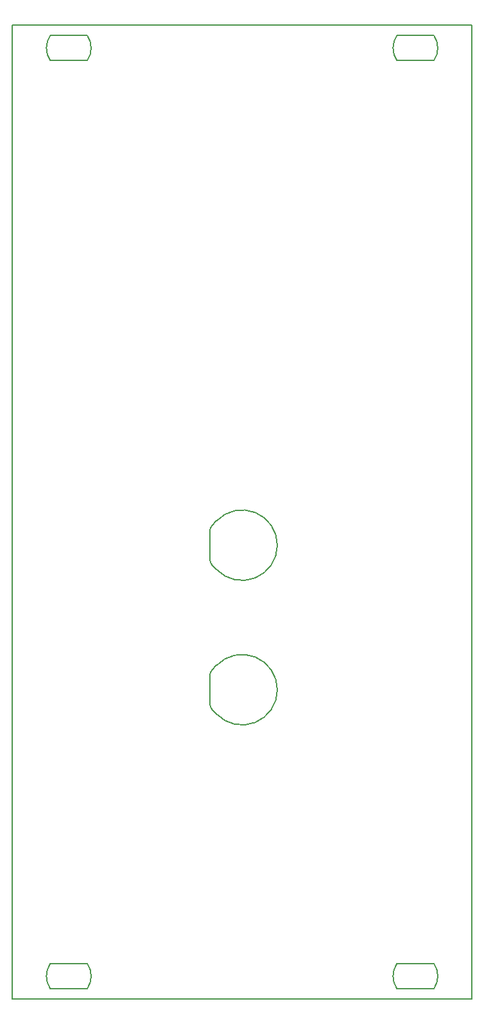
<source format=gbr>
G04 #@! TF.GenerationSoftware,KiCad,Pcbnew,(6.0.5)*
G04 #@! TF.CreationDate,2022-08-16T15:24:45+02:00*
G04 #@! TF.ProjectId,reference_front_panel,72656665-7265-46e6-9365-5f66726f6e74,rev?*
G04 #@! TF.SameCoordinates,Original*
G04 #@! TF.FileFunction,Profile,NP*
%FSLAX46Y46*%
G04 Gerber Fmt 4.6, Leading zero omitted, Abs format (unit mm)*
G04 Created by KiCad (PCBNEW (6.0.5)) date 2022-08-16 15:24:45*
%MOMM*%
%LPD*%
G01*
G04 APERTURE LIST*
G04 #@! TA.AperFunction,Profile*
%ADD10C,0.200000*%
G04 #@! TD*
G04 APERTURE END LIST*
D10*
X126060000Y-120456796D02*
X126060000Y-116683204D01*
X155615404Y-54650000D02*
G75*
G03*
X155615404Y-51350000I-2445404J1650000D01*
G01*
X100000000Y-50000000D02*
X100000000Y-178400000D01*
X126945923Y-140840216D02*
X126342576Y-140213433D01*
X126342574Y-135046565D02*
G75*
G03*
X126060000Y-135743204I717426J-696635D01*
G01*
X109895404Y-54650000D02*
X105004596Y-54650000D01*
X105004596Y-51350000D02*
G75*
G03*
X105004596Y-54650000I2445404J-1650000D01*
G01*
X126342576Y-115986567D02*
X126945923Y-115359784D01*
X105004596Y-51350000D02*
X109895404Y-51350000D01*
X126060003Y-120456796D02*
G75*
G03*
X126342576Y-121153433I999997J-4D01*
G01*
X126060003Y-139516796D02*
G75*
G03*
X126342576Y-140213433I999997J-4D01*
G01*
X155615404Y-177050000D02*
G75*
G03*
X155615404Y-173750000I-2445404J1650000D01*
G01*
X150724596Y-51350000D02*
X155615404Y-51350000D01*
X150724596Y-51350000D02*
G75*
G03*
X150724596Y-54650000I2445404J-1650000D01*
G01*
X155615404Y-177050000D02*
X150724596Y-177050000D01*
X100000000Y-178400000D02*
X160620000Y-178400000D01*
X126945923Y-121780216D02*
X126342576Y-121153433D01*
X126342574Y-115986565D02*
G75*
G03*
X126060000Y-116683204I717426J-696635D01*
G01*
X126060000Y-139516796D02*
X126060000Y-135743204D01*
X160620000Y-178400000D02*
X160620000Y-50000000D01*
X126342576Y-135046567D02*
X126945923Y-134419784D01*
X109895404Y-177050000D02*
X105004596Y-177050000D01*
X126945923Y-121780216D02*
G75*
G03*
X126945923Y-115359784I3364077J3210216D01*
G01*
X109895404Y-54650000D02*
G75*
G03*
X109895404Y-51350000I-2445404J1650000D01*
G01*
X150724596Y-173750000D02*
X155615404Y-173750000D01*
X105004596Y-173750000D02*
G75*
G03*
X105004596Y-177050000I2445404J-1650000D01*
G01*
X126945923Y-140840216D02*
G75*
G03*
X126945923Y-134419784I3364077J3210216D01*
G01*
X105004596Y-173750000D02*
X109895404Y-173750000D01*
X155615404Y-54650000D02*
X150724596Y-54650000D01*
X150724596Y-173750000D02*
G75*
G03*
X150724596Y-177050000I2445404J-1650000D01*
G01*
X160620000Y-50000000D02*
X100000000Y-50000000D01*
X109895404Y-177050000D02*
G75*
G03*
X109895404Y-173750000I-2445404J1650000D01*
G01*
M02*

</source>
